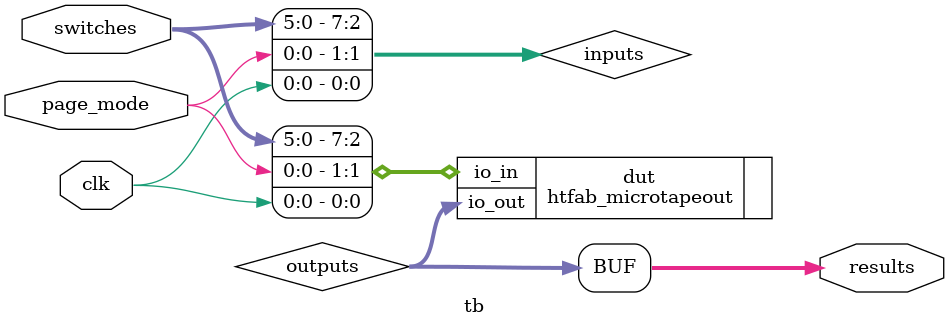
<source format=v>
`default_nettype none
`timescale 1ns/1ps

/*
this testbench just instantiates the module and makes some convenient wires
that can be driven / tested by the cocotb test.py
*/

module tb (
    // testbench is controlled by test.py
    input clk,
    input page_mode,
    input [5:0] switches,
    output [7:0] results
   );

    // this part dumps the trace to a vcd file that can be viewed with GTKWave
    initial begin
        $dumpfile ("tb.vcd");
        $dumpvars (0, tb);
        #1;
    end

    // wire up the inputs and outputs
    wire [7:0] inputs = {switches, page_mode, clk};
    wire [7:0] outputs;
    assign results = outputs;

    // instantiate the DUT
    htfab_microtapeout dut(
        `ifdef GL_TEST
            .vccd1( 1'b1),
            .vssd1( 1'b0),
        `endif
        .io_in  (inputs),
        .io_out (outputs)
        );

endmodule

</source>
